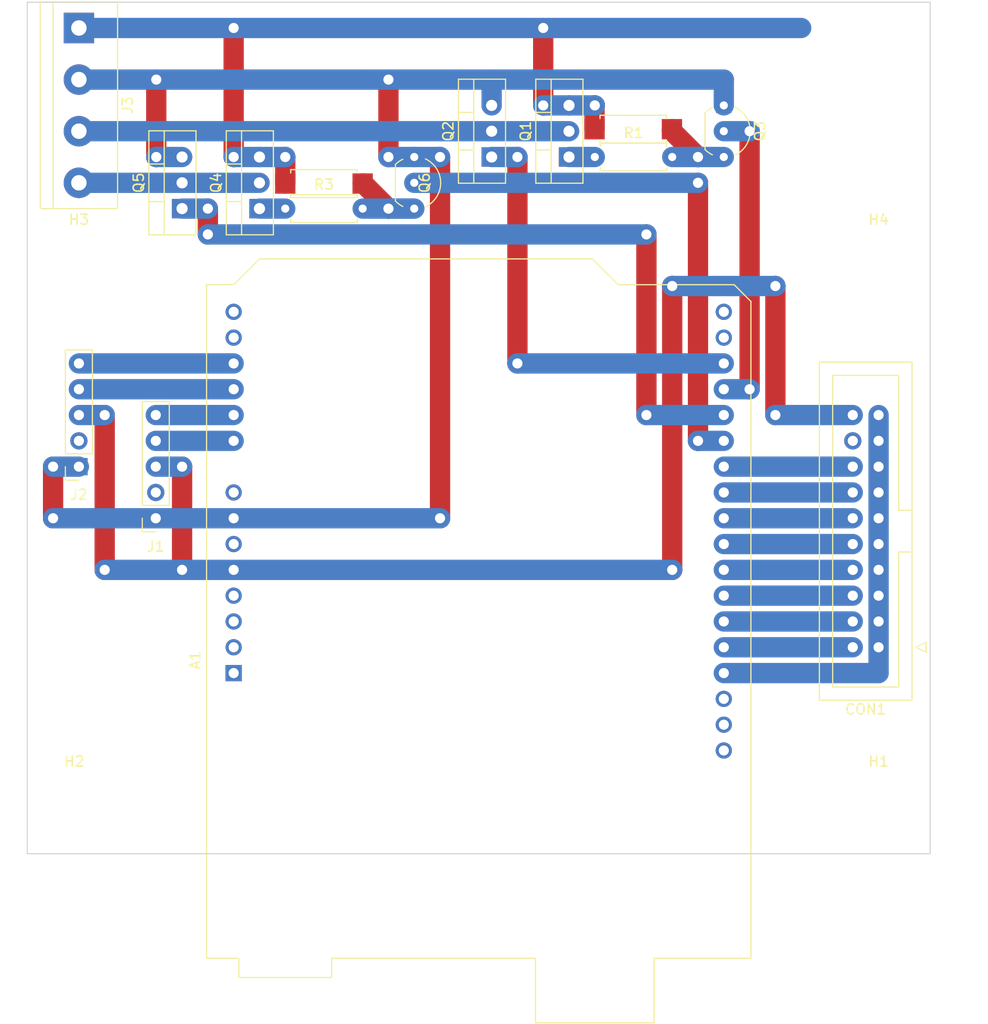
<source format=kicad_pcb>
(kicad_pcb (version 20211014) (generator pcbnew)
  (layers (0 "F.Cu" signal) (31 "B.Cu" signal) (34 "B.Paste" user) (35 "F.Paste" user) (36 "B.SilkS" user "B.Silkscreen") (37 "F.SilkS" user "F.Silkscreen") (38 "B.Mask" user) (39 "F.Mask" user) (44 "Edge.Cuts" user))
  (net 0 "")
  (net 5 "+5V")
  (net 8 "/A0")
  (net 9 "/B0")
  (net 10 "/A1")
  (net 11 "/B1")
  (net 16 "/FAULT")
  (net 17 "/~{EN}")
  (net 18 "/UH")
  (net 19 "/UL")
  (net 20 "/VH")
  (net 21 "/VL")
  (net 22 "/WH")
  (net 23 "/WL")
  (net 24 "GND1")
  (net 26 "/U_SSD_L")
  (net 27 "/U_SSD_H")
  (net 28 "/V_SSD_L")
  (net 29 "/V_SSD_H")
  (net 31 "GND")
  (net 34 "+24V")
  (net 35 "/U_COLD")
  (net 36 "/V_COLD")
  (net 37 "Net-(Q1-Pad1)")
  (net 38 "Net-(Q3-Pad3)")
  (net 39 "Net-(Q4-Pad1)")
  (net 40 "Net-(Q6-Pad3)")
  (footprint "For_Rasterboard:R_Axial_DIN0207_L6.3mm_D2.5mm_P7.62mm_Horizontal" (layer "F.Cu") (at 81.28 43.18)
    (fp_text reference "R1" (at 3.81 -2.37) (layer "F.SilkS"))
    (fp_text value "220")
    (fp_line (start 0.54 -1.04) (end 0.54 -1.37) (layer "F.SilkS") (width 0.12))
    (fp_line (start 7.08 -1.37) (end 7.08 -1.04) (layer "F.SilkS") (width 0.12))
    (fp_line (start 0.54 1.37) (end 7.08 1.37) (layer "F.SilkS") (width 0.12))
    (fp_line (start 7.08 1.37) (end 7.08 1.04) (layer "F.SilkS") (width 0.12))
    (fp_line (start 0.54 -1.37) (end 7.08 -1.37) (layer "F.SilkS") (width 0.12))
    (fp_line (start 0.54 1.04) (end 0.54 1.37) (layer "F.SilkS") (width 0.12))
    (pad "1" thru_hole circle (at 0 0) (size 1.6 1.6) (drill 0.8) (layers *.Cu *.Mask) (net 37 "Net-(Q1-Pad1)"))
    (pad "2" thru_hole oval (at 7.62 0) (size 1.6 1.6) (drill 0.8) (layers *.Cu *.Mask) (net 38 "Net-(Q3-Pad3)"))
  )
  (footprint "For_Rasterboard:R_Axial_DIN0207_L6.3mm_D2.5mm_Pinf_Horizontal" (layer "F.Cu") (at 81.252251 40.442335)
    (fp_text reference "R2" hide)
    (fp_text value "470")
    (fp_line (start 0.54 1.37) (end 7.08 1.37) (layer "F.SilkS") (width 0.12))
    (fp_line (start 7.08 1.37) (end 7.08 1.04) (layer "F.SilkS") (width 0.12))
    (fp_line (start 0.54 -1.37) (end 7.08 -1.37) (layer "F.SilkS") (width 0.12))
    (fp_line (start 0.54 1.04) (end 0.54 1.37) (layer "F.SilkS") (width 0.12))
    (fp_line (start 7.08 -1.37) (end 7.08 -1.04) (layer "F.SilkS") (width 0.12))
    (fp_line (start 0.54 -1.04) (end 0.54 -1.37) (layer "F.SilkS") (width 0.12))
    (pad "1" smd rect locked (at 0 0) (size 2 2) (layers "F.Cu") (net 34 "+24V"))
    (pad "2" smd rect locked (at 7.62 0) (size 2 2) (layers "F.Cu") (net 38 "Net-(Q3-Pad3)"))
  )
  (footprint "Connector_IDC:IDC-Header_2x10_P2.54mm_Vertical" (layer "F.Cu") (at 109.22 91.44 180)
    (fp_text reference "CON1" (at 1.27 -6.1) (layer "F.SilkS"))
    (fp_text value "2x10 2.54mm male IDC header")
    (fp_line (start -1.98 13.48) (end -1.98 13.48) (layer "F.SilkS") (width 0.12))
    (fp_line (start -3.29 -5.21) (end 5.83 -5.21) (layer "F.SilkS") (width 0.12))
    (fp_line (start -3.29 28.07) (end -3.29 -5.21) (layer "F.SilkS") (width 0.12))
    (fp_line (start -1.98 26.77) (end -1.98 13.48) (layer "F.SilkS") (width 0.12))
    (fp_line (start 5.83 28.07) (end -3.29 28.07) (layer "F.SilkS") (width 0.12))
    (fp_line (start 4.52 -3.91) (end 4.52 26.77) (layer "F.SilkS") (width 0.12))
    (fp_line (start -1.98 13.48) (end -3.29 13.48) (layer "F.SilkS") (width 0.12))
    (fp_line (start 5.83 -5.21) (end 5.83 28.07) (layer "F.SilkS") (width 0.12))
    (fp_line (start -4.68 0.5) (end -3.68 0) (layer "F.SilkS") (width 0.12))
    (fp_line (start -1.98 9.38) (end -1.98 -3.91) (layer "F.SilkS") (width 0.12))
    (fp_line (start -3.29 9.38) (end -1.98 9.38) (layer "F.SilkS") (width 0.12))
    (fp_line (start 4.52 26.77) (end -1.98 26.77) (layer "F.SilkS") (width 0.12))
    (fp_line (start -3.68 0) (end -4.68 -0.5) (layer "F.SilkS") (width 0.12))
    (fp_line (start -1.98 -3.91) (end 4.52 -3.91) (layer "F.SilkS") (width 0.12))
    (fp_line (start -4.68 -0.5) (end -4.68 0.5) (layer "F.SilkS") (width 0.12))
    (pad "1" thru_hole roundrect (at 0 0 180) (size 1.7 1.7) (drill 1) (layers *.Cu *.Mask) (roundrect_rratio 0.147059) (net 24 "GND1"))
    (pad "2" thru_hole circle (at 2.54 0 180) (size 1.7 1.7) (drill 1) (layers *.Cu *.Mask) (net 18 "/UH"))
    (pad "3" thru_hole circle (at 0 2.54 180) (size 1.7 1.7) (drill 1) (layers *.Cu *.Mask) (net 24 "GND1"))
    (pad "4" thru_hole circle (at 2.54 2.54 180) (size 1.7 1.7) (drill 1) (layers *.Cu *.Mask) (net 19 "/UL"))
    (pad "5" thru_hole circle (at 0 5.08 180) (size 1.7 1.7) (drill 1) (layers *.Cu *.Mask) (net 24 "GND1"))
    (pad "6" thru_hole circle (at 2.54 5.08 180) (size 1.7 1.7) (drill 1) (layers *.Cu *.Mask) (net 20 "/VH"))
    (pad "7" thru_hole circle (at 0 7.62 180) (size 1.7 1.7) (drill 1) (layers *.Cu *.Mask) (net 24 "GND1"))
    (pad "8" thru_hole circle (at 2.54 7.62 180) (size 1.7 1.7) (drill 1) (layers *.Cu *.Mask) (net 21 "/VL"))
    (pad "9" thru_hole circle (at 0 10.16 180) (size 1.7 1.7) (drill 1) (layers *.Cu *.Mask) (net 24 "GND1"))
    (pad "10" thru_hole circle (at 2.54 10.16 180) (size 1.7 1.7) (drill 1) (layers *.Cu *.Mask) (net 22 "/WH"))
    (pad "11" thru_hole circle (at 0 12.7 180) (size 1.7 1.7) (drill 1) (layers *.Cu *.Mask) (net 24 "GND1"))
    (pad "12" thru_hole circle (at 2.54 12.7 180) (size 1.7 1.7) (drill 1) (layers *.Cu *.Mask) (net 23 "/WL"))
    (pad "13" thru_hole circle (at 0 15.24 180) (size 1.7 1.7) (drill 1) (layers *.Cu *.Mask) (net 24 "GND1"))
    (pad "14" thru_hole circle (at 2.54 15.24 180) (size 1.7 1.7) (drill 1) (layers *.Cu *.Mask) (net 17 "/~{EN}"))
    (pad "15" thru_hole circle (at 0 17.78 180) (size 1.7 1.7) (drill 1) (layers *.Cu *.Mask) (net 24 "GND1"))
    (pad "16" thru_hole circle (at 2.54 17.78 180) (size 1.7 1.7) (drill 1) (layers *.Cu *.Mask) (net 16 "/FAULT"))
    (pad "17" thru_hole circle (at 0 20.32 180) (size 1.7 1.7) (drill 1) (layers *.Cu *.Mask) (net 24 "GND1"))
    (pad "18" thru_hole circle (at 2.54 20.32 180) (size 1.7 1.7) (drill 1) (layers *.Cu *.Mask))
    (pad "19" thru_hole circle (at 0 22.86 180) (size 1.7 1.7) (drill 1) (layers *.Cu *.Mask) (net 24 "GND1"))
    (pad "20" thru_hole circle (at 2.54 22.86 180) (size 1.7 1.7) (drill 1) (layers *.Cu *.Mask) (net 5 "+5V"))
  )
  (footprint "Package_TO_SOT_THT:TO-92_Inline_Wide" (layer "F.Cu") (at 63.5 43.18 -90)
    (fp_text reference "Q6" (at 2.54 -1.02 90) (layer "F.SilkS"))
    (fp_text value "2N7000")
    (fp_line (start 0.74 1.85) (end 4.34 1.85) (layer "F.SilkS") (width 0.12))
    (fp_arc (start 4.864184 1.122795) (mid 4.633903 1.509328) (end 4.34 1.85) (layer "F.SilkS") (width 0.12))
    (fp_arc (start 0.1836 -1.098807) (mid 1.143021 -2.192817) (end 2.54 -2.6) (layer "F.SilkS") (width 0.12))
    (fp_arc (start 2.54 -2.6) (mid 3.936979 -2.192818) (end 4.8964 -1.098807) (layer "F.SilkS") (width 0.12))
    (fp_arc (start 0.74 1.85) (mid 0.446097 1.509328) (end 0.215816 1.122795) (layer "F.SilkS") (width 0.12))
    (pad "1" thru_hole rect (at 0 0 270) (size 1.5 1.5) (drill 0.8) (layers *.Cu *.Mask) (net 31 "GND"))
    (pad "2" thru_hole circle (at 2.54 0 270) (size 1.5 1.5) (drill 0.8) (layers *.Cu *.Mask) (net 29 "/V_SSD_H"))
    (pad "3" thru_hole circle (at 5.08 0 270) (size 1.5 1.5) (drill 0.8) (layers *.Cu *.Mask) (net 40 "Net-(Q6-Pad3)"))
  )
  (footprint "MountingHole:MountingHole_3mm" (layer "F.Cu") (at 30.02 106.68)
    (fp_text reference "H2" (at 0 -4) (layer "F.SilkS"))
    (fp_text value "MountingHole")
    (pad "" np_thru_hole circle (at 0 0) (size 3 3) (drill 3) (layers *.Cu *.Mask))
  )
  (footprint "MountingHole:MountingHole_3mm" (layer "F.Cu") (at 109.22 53.34)
    (fp_text reference "H4" (at 0 -4) (layer "F.SilkS"))
    (fp_text value "MountingHole")
    (pad "" np_thru_hole circle (at 0 0) (size 3 3) (drill 3) (layers *.Cu *.Mask))
  )
  (footprint "MountingHole:MountingHole_3mm" (layer "F.Cu") (at 109.22 106.68)
    (fp_text reference "H1" (at 0 -4) (layer "F.SilkS"))
    (fp_text value "MountingHole")
    (pad "" np_thru_hole circle (at 0 0) (size 3 3) (drill 3) (layers *.Cu *.Mask))
  )
  (footprint "For_Rasterboard:R_Axial_DIN0207_L6.3mm_D2.5mm_Pinf_Horizontal" (layer "F.Cu") (at 50.8 45.792224)
    (fp_text reference "R4" hide)
    (fp_text value "470")
    (fp_line (start 0.54 -1.04) (end 0.54 -1.37) (layer "F.SilkS") (width 0.12))
    (fp_line (start 0.54 1.04) (end 0.54 1.37) (layer "F.SilkS") (width 0.12))
    (fp_line (start 7.08 1.37) (end 7.08 1.04) (layer "F.SilkS") (width 0.12))
    (fp_line (start 0.54 1.37) (end 7.08 1.37) (layer "F.SilkS") (width 0.12))
    (fp_line (start 0.54 -1.37) (end 7.08 -1.37) (layer "F.SilkS") (width 0.12))
    (fp_line (start 7.08 -1.37) (end 7.08 -1.04) (layer "F.SilkS") (width 0.12))
    (pad "1" smd rect locked (at 0 0) (size 2 2) (layers "F.Cu") (net 34 "+24V"))
    (pad "2" smd rect locked (at 7.62 0) (size 2 2) (layers "F.Cu") (net 40 "Net-(Q6-Pad3)"))
  )
  (footprint "Package_TO_SOT_THT:TO-220-3_Vertical" (layer "F.Cu") (at 71.12 43.18 90)
    (fp_text reference "Q2" (at 2.54 -4.27 90) (layer "F.SilkS"))
    (fp_text value "IRLZ34N")
    (fp_line (start 0.69 -3.27) (end 0.69 -1.76) (layer "F.SilkS") (width 0.12))
    (fp_line (start -2.58 1.371) (end 7.66 1.371) (layer "F.SilkS") (width 0.12))
    (fp_line (start -2.58 -3.27) (end -2.58 1.371) (layer "F.SilkS") (width 0.12))
    (fp_line (start 4.391 -3.27) (end 4.391 -1.76) (layer "F.SilkS") (width 0.12))
    (fp_line (start -2.58 -1.76) (end 7.66 -1.76) (layer "F.SilkS") (width 0.12))
    (fp_line (start -2.58 -3.27) (end 7.66 -3.27) (layer "F.SilkS") (width 0.12))
    (fp_line (start 7.66 -3.27) (end 7.66 1.371) (layer "F.SilkS") (width 0.12))
    (pad "1" thru_hole rect (at 0 0 90) (size 1.905 2) (drill 1.1) (layers *.Cu *.Mask) (net 26 "/U_SSD_L"))
    (pad "2" thru_hole oval (at 2.54 0 90) (size 1.905 2) (drill 1.1) (layers *.Cu *.Mask) (net 35 "/U_COLD"))
    (pad "3" thru_hole oval (at 5.08 0 90) (size 1.905 2) (drill 1.1) (layers *.Cu *.Mask) (net 31 "GND"))
  )
  (footprint "Package_TO_SOT_THT:TO-220-3_Vertical" (layer "F.Cu") (at 40.64 48.26 90)
    (fp_text reference "Q5" (at 2.54 -4.27 90) (layer "F.SilkS"))
    (fp_text value "IRLZ34N")
    (fp_line (start -2.58 -1.76) (end 7.66 -1.76) (layer "F.SilkS") (width 0.12))
    (fp_line (start 7.66 -3.27) (end 7.66 1.371) (layer "F.SilkS") (width 0.12))
    (fp_line (start -2.58 1.371) (end 7.66 1.371) (layer "F.SilkS") (width 0.12))
    (fp_line (start 4.391 -3.27) (end 4.391 -1.76) (layer "F.SilkS") (width 0.12))
    (fp_line (start -2.58 -3.27) (end -2.58 1.371) (layer "F.SilkS") (width 0.12))
    (fp_line (start 0.69 -3.27) (end 0.69 -1.76) (layer "F.SilkS") (width 0.12))
    (fp_line (start -2.58 -3.27) (end 7.66 -3.27) (layer "F.SilkS") (width 0.12))
    (pad "1" thru_hole rect (at 0 0 90) (size 1.905 2) (drill 1.1) (layers *.Cu *.Mask) (net 28 "/V_SSD_L"))
    (pad "2" thru_hole oval (at 2.54 0 90) (size 1.905 2) (drill 1.1) (layers *.Cu *.Mask) (net 36 "/V_COLD"))
    (pad "3" thru_hole oval (at 5.08 0 90) (size 1.905 2) (drill 1.1) (layers *.Cu *.Mask) (net 31 "GND"))
  )
  (footprint "MountingHole:MountingHole_3mm" (layer "F.Cu") (at 30.48 53.34)
    (fp_text reference "H3" (at 0 -4) (layer "F.SilkS"))
    (fp_text value "MountingHole")
    (pad "" np_thru_hole circle (at 0 0) (size 3 3) (drill 3) (layers *.Cu *.Mask))
  )
  (footprint "Package_TO_SOT_THT:TO-220-3_Vertical" (layer "F.Cu") (at 48.26 48.26 90)
    (fp_text reference "Q4" (at 2.54 -4.27 90) (layer "F.SilkS"))
    (fp_text value "IRF9Z34N")
    (fp_line (start 7.66 -3.27) (end 7.66 1.371) (layer "F.SilkS") (width 0.12))
    (fp_line (start -2.58 -3.27) (end 7.66 -3.27) (layer "F.SilkS") (width 0.12))
    (fp_line (start 0.69 -3.27) (end 0.69 -1.76) (layer "F.SilkS") (width 0.12))
    (fp_line (start 4.391 -3.27) (end 4.391 -1.76) (layer "F.SilkS") (width 0.12))
    (fp_line (start -2.58 -3.27) (end -2.58 1.371) (layer "F.SilkS") (width 0.12))
    (fp_line (start -2.58 -1.76) (end 7.66 -1.76) (layer "F.SilkS") (width 0.12))
    (fp_line (start -2.58 1.371) (end 7.66 1.371) (layer "F.SilkS") (width 0.12))
    (pad "1" thru_hole rect (at 0 0 90) (size 1.905 2) (drill 1.1) (layers *.Cu *.Mask) (net 39 "Net-(Q4-Pad1)"))
    (pad "2" thru_hole oval (at 2.54 0 90) (size 1.905 2) (drill 1.1) (layers *.Cu *.Mask) (net 36 "/V_COLD"))
    (pad "3" thru_hole oval (at 5.08 0 90) (size 1.905 2) (drill 1.1) (layers *.Cu *.Mask) (net 34 "+24V"))
  )
  (footprint "Connector_PinSocket_2.54mm:PinSocket_1x05_P2.54mm_Vertical" (layer "F.Cu") (at 30.48 73.66 180)
    (fp_text reference "J2" (at 0 -2.77) (layer "F.SilkS"))
    (fp_text value "1x5 2.54mm female")
    (fp_line (start -1.33 1.27) (end -1.33 11.49) (layer "F.SilkS") (width 0.12))
    (fp_line (start -1.33 1.27) (end 1.33 1.27) (layer "F.SilkS") (width 0.12))
    (fp_line (start 0 -1.33) (end 1.33 -1.33) (layer "F.SilkS") (width 0.12))
    (fp_line (start 1.33 -1.33) (end 1.33 0) (layer "F.SilkS") (width 0.12))
    (fp_line (start 1.33 1.27) (end 1.33 11.49) (layer "F.SilkS") (width 0.12))
    (fp_line (start -1.33 11.49) (end 1.33 11.49) (layer "F.SilkS") (width 0.12))
    (pad "1" thru_hole rect (at 0 0 180) (size 1.7 1.7) (drill 1) (layers *.Cu *.Mask) (net 31 "GND"))
    (pad "2" thru_hole oval (at 0 2.54 180) (size 1.7 1.7) (drill 1) (layers *.Cu *.Mask))
    (pad "3" thru_hole oval (at 0 5.08 180) (size 1.7 1.7) (drill 1) (layers *.Cu *.Mask) (net 5 "+5V"))
    (pad "4" thru_hole oval (at 0 7.62 180) (size 1.7 1.7) (drill 1) (layers *.Cu *.Mask) (net 10 "/A1"))
    (pad "5" thru_hole oval (at 0 10.16 180) (size 1.7 1.7) (drill 1) (layers *.Cu *.Mask) (net 11 "/B1"))
  )
  (footprint "Package_TO_SOT_THT:TO-220-3_Vertical" (layer "F.Cu") (at 78.74 43.18 90)
    (fp_text reference "Q1" (at 2.54 -4.27 90) (layer "F.SilkS"))
    (fp_text value "IRF9Z34N")
    (fp_line (start 4.391 -3.27) (end 4.391 -1.76) (layer "F.SilkS") (width 0.12))
    (fp_line (start -2.58 -3.27) (end -2.58 1.371) (layer "F.SilkS") (width 0.12))
    (fp_line (start -2.58 -3.27) (end 7.66 -3.27) (layer "F.SilkS") (width 0.12))
    (fp_line (start -2.58 1.371) (end 7.66 1.371) (layer "F.SilkS") (width 0.12))
    (fp_line (start -2.58 -1.76) (end 7.66 -1.76) (layer "F.SilkS") (width 0.12))
    (fp_line (start 0.69 -3.27) (end 0.69 -1.76) (layer "F.SilkS") (width 0.12))
    (fp_line (start 7.66 -3.27) (end 7.66 1.371) (layer "F.SilkS") (width 0.12))
    (pad "1" thru_hole rect (at 0 0 90) (size 1.905 2) (drill 1.1) (layers *.Cu *.Mask) (net 37 "Net-(Q1-Pad1)"))
    (pad "2" thru_hole oval (at 2.54 0 90) (size 1.905 2) (drill 1.1) (layers *.Cu *.Mask) (net 35 "/U_COLD"))
    (pad "3" thru_hole oval (at 5.08 0 90) (size 1.905 2) (drill 1.1) (layers *.Cu *.Mask) (net 34 "+24V"))
  )
  (footprint "TerminalBlock:TerminalBlock_bornier-4_P5.08mm" (layer "F.Cu") (at 30.48 30.48 -90)
    (fp_text reference "J3" (at 7.6 -4.8 90) (layer "F.SilkS"))
    (fp_text value "Screw_Terminal_01x04")
    (fp_line (start -2.54 3.81) (end 17.78 3.81) (layer "F.SilkS") (width 0.12))
    (fp_line (start 17.78 3.81) (end 17.78 -3.81) (layer "F.SilkS") (width 0.12))
    (fp_line (start -2.54 -3.81) (end -2.54 3.81) (layer "F.SilkS") (width 0.12))
    (fp_line (start -2.54 -3.81) (end 17.78 -3.81) (layer "F.SilkS") (width 0.12))
    (fp_line (start 17.78 2.54) (end -2.54 2.54) (layer "F.SilkS") (width 0.12))
    (pad "1" thru_hole rect (at 0 0 270) (size 3 3) (drill 1.52) (layers *.Cu *.Mask) (net 34 "+24V"))
    (pad "2" thru_hole circle (at 5.08 0 270) (size 3 3) (drill 1.52) (layers *.Cu *.Mask) (net 31 "GND"))
    (pad "3" thru_hole circle (at 10.16 0 270) (size 3 3) (drill 1.52) (layers *.Cu *.Mask) (net 35 "/U_COLD"))
    (pad "4" thru_hole circle (at 15.24 0 270) (size 3 3) (drill 1.52) (layers *.Cu *.Mask) (net 36 "/V_COLD"))
  )
  (footprint "Package_TO_SOT_THT:TO-92_Inline_Wide" (layer "F.Cu") (at 93.98 38.1 -90)
    (fp_text reference "Q3" (at 2.54 -3.56 90) (layer "F.SilkS"))
    (fp_text value "2N7000")
    (fp_line (start 0.74 1.85) (end 4.34 1.85) (layer "F.SilkS") (width 0.12))
    (fp_arc (start 4.864184 1.122795) (mid 4.633903 1.509328) (end 4.34 1.85) (layer "F.SilkS") (width 0.12))
    (fp_arc (start 0.74 1.85) (mid 0.446097 1.509328) (end 0.215816 1.122795) (layer "F.SilkS") (width 0.12))
    (fp_arc (start 2.54 -2.6) (mid 3.936979 -2.192818) (end 4.8964 -1.098807) (layer "F.SilkS") (width 0.12))
    (fp_arc (start 0.1836 -1.098807) (mid 1.143021 -2.192817) (end 2.54 -2.6) (layer "F.SilkS") (width 0.12))
    (pad "1" thru_hole rect (at 0 0 270) (size 1.5 1.5) (drill 0.8) (layers *.Cu *.Mask) (net 31 "GND"))
    (pad "2" thru_hole circle (at 2.54 0 270) (size 1.5 1.5) (drill 0.8) (layers *.Cu *.Mask) (net 27 "/U_SSD_H"))
    (pad "3" thru_hole circle (at 5.08 0 270) (size 1.5 1.5) (drill 0.8) (layers *.Cu *.Mask) (net 38 "Net-(Q3-Pad3)"))
  )
  (footprint "For_Rasterboard:Arduino_UNO_R3_WithMountingHoles_Snapped_to_P2.54mm" (layer "F.Cu") (at 45.72 93.98 90)
    (fp_text reference "A1" (at 1.27 -3.81 90) (layer "F.SilkS"))
    (fp_text value "Arduino_UNO_R2")
    (fp_line (start -28.07 -2.67) (end -28.07 0.51) (layer "F.SilkS") (width 0.12))
    (fp_line (start -29.97 9.65) (end -28.07 9.65) (layer "F.SilkS") (width 0.12))
    (fp_line (start 38.23 37.85) (end 40.77 35.31) (layer "F.SilkS") (width 0.12))
    (fp_line (start -28.07 50.93) (end 36.58 50.93) (layer "F.SilkS") (width 0.12))
    (fp_line (start -28.07 9.65) (end -28.07 29.72) (layer "F.SilkS") (width 0.12))
    (fp_line (start 40.77 35.31) (end 40.77 2.54) (layer "F.SilkS") (width 0.12))
    (fp_line (start 38.23 49.28) (end 38.23 37.85) (layer "F.SilkS") (width 0.12))
    (fp_line (start 38.23 0) (end 38.23 -2.67) (layer "F.SilkS") (width 0.12))
    (fp_line (start 38.23 -2.67) (end -28.07 -2.67) (layer "F.SilkS") (width 0.12))
    (fp_line (start 36.58 50.93) (end 38.23 49.28) (layer "F.SilkS") (width 0.12))
    (fp_line (start -28.07 0.51) (end -29.97 0.51) (layer "F.SilkS") (width 0.12))
    (fp_line (start -34.42 29.72) (end -34.42 41.4) (layer "F.SilkS") (width 0.12))
    (fp_line (start -34.42 41.4) (end -28.07 41.4) (layer "F.SilkS") (width 0.12))
    (fp_line (start 40.77 2.54) (end 38.23 0) (layer "F.SilkS") (width 0.12))
    (fp_line (start -28.07 29.72) (end -34.42 29.72) (layer "F.SilkS") (width 0.12))
    (fp_line (start -29.97 0.51) (end -29.97 9.65) (layer "F.SilkS") (width 0.12))
    (fp_line (start -28.07 41.4) (end -28.07 50.93) (layer "F.SilkS") (width 0.12))
    (pad "" np_thru_hole circle (at -13.97 0 180) (size 3.2 3.2) (drill 3.2) (layers *.Cu *.Mask))
    (pad "" np_thru_hole circle (at 38.1 5.08 180) (size 3.2 3.2) (drill 3.2) (layers *.Cu *.Mask))
    (pad "" np_thru_hole circle (at -12.7 48.26 180) (size 3.2 3.2) (drill 3.2) (layers *.Cu *.Mask))
    (pad "" np_thru_hole circle (at 38.1 33.02 180) (size 3.2 3.2) (drill 3.2) (layers *.Cu *.Mask))
    (pad "1" thru_hole rect (at 0 0 180) (size 1.6 1.6) (drill 1) (layers *.Cu *.Mask))
    (pad "2" thru_hole oval (at 2.54 0 180) (size 1.6 1.6) (drill 1) (layers *.Cu *.Mask))
    (pad "3" thru_hole oval (at 5.08 0 180) (size 1.6 1.6) (drill 1) (layers *.Cu *.Mask))
    (pad "4" thru_hole oval (at 7.62 0 180) (size 1.6 1.6) (drill 1) (layers *.Cu *.Mask))
    (pad "5" thru_hole oval (at 10.16 0 180) (size 1.6 1.6) (drill 1) (layers *.Cu *.Mask) (net 5 "+5V"))
    (pad "6" thru_hole oval (at 12.7 0 180) (size 1.6 1.6) (drill 1) (layers *.Cu *.Mask))
    (pad "7" thru_hole oval (at 15.24 0 180) (size 1.6 1.6) (drill 1) (layers *.Cu *.Mask) (net 31 "GND"))
    (pad "8" thru_hole oval (at 17.78 0 180) (size 1.6 1.6) (drill 1) (layers *.Cu *.Mask))
    (pad "9" thru_hole oval (at 22.86 0 180) (size 1.6 1.6) (drill 1) (layers *.Cu *.Mask) (net 8 "/A0"))
    (pad "10" thru_hole oval (at 25.4 0 180) (size 1.6 1.6) (drill 1) (layers *.Cu *.Mask) (net 9 "/B0"))
    (pad "11" thru_hole oval (at 27.94 0 180) (size 1.6 1.6) (drill 1) (layers *.Cu *.Mask) (net 10 "/A1"))
    (pad "12" thru_hole oval (at 30.48 0 180) (size 1.6 1.6) (drill 1) (layers *.Cu *.Mask) (net 11 "/B1"))
    (pad "13" thru_hole oval (at 33.02 0 180) (size 1.6 1.6) (drill 1) (layers *.Cu *.Mask))
    (pad "14" thru_hole oval (at 35.56 0 180) (size 1.6 1.6) (drill 1) (layers *.Cu *.Mask))
    (pad "15" thru_hole oval (at 35.56 48.26 180) (size 1.6 1.6) (drill 1) (layers *.Cu *.Mask))
    (pad "16" thru_hole oval (at 33.02 48.26 180) (size 1.6 1.6) (drill 1) (layers *.Cu *.Mask))
    (pad "17" thru_hole oval (at 30.48 48.26 180) (size 1.6 1.6) (drill 1) (layers *.Cu *.Mask) (net 26 "/U_SSD_L"))
    (pad "18" thru_hole oval (at 27.94 48.26 180) (size 1.6 1.6) (drill 1) (layers *.Cu *.Mask) (net 27 "/U_SSD_H"))
    (pad "19" thru_hole oval (at 25.4 48.26 180) (size 1.6 1.6) (drill 1) (layers *.Cu *.Mask) (net 28 "/V_SSD_L"))
    (pad "20" thru_hole oval (at 22.86 48.26 180) (size 1.6 1.6) (drill 1) (layers *.Cu *.Mask) (net 29 "/V_SSD_H"))
    (pad "21" thru_hole oval (at 20.32 48.26 180) (size 1.6 1.6) (drill 1) (layers *.Cu *.Mask) (net 16 "/FAULT"))
    (pad "22" thru_hole oval (at 17.78 48.26 180) (size 1.6 1.6) (drill 1) (layers *.Cu *.Mask) (net 17 "/~{EN}"))
    (pad "23" thru_hole oval (at 15.24 48.26 180) (size 1.6 1.6) (drill 1) (layers *.Cu *.Mask) (net 23 "/WL"))
    (pad "24" thru_hole oval (at 12.7 48.26 180) (size 1.6 1.6) (drill 1) (layers *.Cu *.Mask) (net 22 "/WH"))
    (pad "25" thru_hole oval (at 10.16 48.26 180) (size 1.6 1.6) (drill 1) (layers *.Cu *.Mask) (net 21 "/VL"))
    (pad "26" thru_hole oval (at 7.62 48.26 180) (size 1.6 1.6) (drill 1) (layers *.Cu *.Mask) (net 20 "/VH"))
    (pad "27" thru_hole oval (at 5.08 48.26 180) (size 1.6 1.6) (drill 1) (layers *.Cu *.Mask) (net 19 "/UL"))
    (pad "28" thru_hole oval (at 2.54 48.26 180) (size 1.6 1.6) (drill 1) (layers *.Cu *.Mask) (net 18 "/UH"))
    (pad "29" thru_hole oval (at 0 48.26 180) (size 1.6 1.6) (drill 1) (layers *.Cu *.Mask) (net 24 "GND1"))
    (pad "30" thru_hole oval (at -2.54 48.26 180) (size 1.6 1.6) (drill 1) (layers *.Cu *.Mask))
    (pad "31" thru_hole oval (at -5.08 48.26 180) (size 1.6 1.6) (drill 1) (layers *.Cu *.Mask))
    (pad "32" thru_hole oval (at -7.62 48.26 180) (size 1.6 1.6) (drill 1) (layers *.Cu *.Mask))
  )
  (footprint "Connector_PinSocket_2.54mm:PinSocket_1x05_P2.54mm_Vertical" (layer "F.Cu") (at 38.05 78.74 180)
    (fp_text reference "J1" (at 0 -2.77) (layer "F.SilkS"))
    (fp_text value "1x5 2.54mm female")
    (fp_line (start 1.33 1.27) (end 1.33 11.49) (layer "F.SilkS") (width 0.12))
    (fp_line (start 0 -1.33) (end 1.33 -1.33) (layer "F.SilkS") (width 0.12))
    (fp_line (start -1.33 1.27) (end 1.33 1.27) (layer "F.SilkS") (width 0.12))
    (fp_line (start -1.33 11.49) (end 1.33 11.49) (layer "F.SilkS") (width 0.12))
    (fp_line (start -1.33 1.27) (end -1.33 11.49) (layer "F.SilkS") (width 0.12))
    (fp_line (start 1.33 -1.33) (end 1.33 0) (layer "F.SilkS") (width 0.12))
    (pad "1" thru_hole rect (at 0 0 180) (size 1.7 1.7) (drill 1) (layers *.Cu *.Mask) (net 31 "GND"))
    (pad "2" thru_hole oval (at 0 2.54 180) (size 1.7 1.7) (drill 1) (layers *.Cu *.Mask))
    (pad "3" thru_hole oval (at 0 5.08 180) (size 1.7 1.7) (drill 1) (layers *.Cu *.Mask) (net 5 "+5V"))
    (pad "4" thru_hole oval (at 0 7.62 180) (size 1.7 1.7) (drill 1) (layers *.Cu *.Mask) (net 8 "/A0"))
    (pad "5" thru_hole oval (at 0 10.16 180) (size 1.7 1.7) (drill 1) (layers *.Cu *.Mask) (net 9 "/B0"))
  )
  (footprint "For_Rasterboard:R_Axial_DIN0207_L6.3mm_D2.5mm_P7.62mm_Horizontal" (layer "F.Cu") (at 50.8 48.26)
    (fp_text reference "R3" (at 3.81 -2.37) (layer "F.SilkS"))
    (fp_text value "220")
    (fp_line (start 0.54 1.04) (end 0.54 1.37) (layer "F.SilkS") (width 0.12))
    (fp_line (start 7.08 1.37) (end 7.08 1.04) (layer "F.SilkS") (width 0.12))
    (fp_line (start 7.08 -1.37) (end 7.08 -1.04) (layer "F.SilkS") (width 0.12))
    (fp_line (start 0.54 -1.37) (end 7.08 -1.37) (layer "F.SilkS") (width 0.12))
    (fp_line (start 0.54 -1.04) (end 0.54 -1.37) (layer "F.SilkS") (width 0.12))
    (fp_line (start 0.54 1.37) (end 7.08 1.37) (layer "F.SilkS") (width 0.12))
    (pad "1" thru_hole circle (at 0 0) (size 1.6 1.6) (drill 0.8) (layers *.Cu *.Mask) (net 39 "Net-(Q4-Pad1)"))
    (pad "2" thru_hole oval (at 7.62 0) (size 1.6 1.6) (drill 0.8) (layers *.Cu *.Mask) (net 40 "Net-(Q6-Pad3)"))
  )
  (gr_rect (start 114.3 27.94) (end 25.4 111.76) (layer "Edge.Cuts") (width 0.1) (fill none))
  (segment (start 40.64 73.66) (end 40.64 83.82) (width 2) (layer "F.Cu") (net 5))
  (segment (start 33.02 68.58) (end 33.02 83.82) (width 2) (layer "F.Cu") (net 5))
  (segment (start 88.9 55.88) (end 88.9 83.82) (width 2) (layer "F.Cu") (net 5))
  (segment (start 99.06 55.88) (end 99.06 68.58) (width 2) (layer "F.Cu") (net 5))
  (via (at 99.06 55.88) (size 2) (drill 1) (layers "F.Cu" "B.Cu") (net 5))
  (via (at 40.64 73.66) (size 2) (drill 1) (layers "F.Cu" "B.Cu") (net 5))
  (via (at 99.06 68.58) (size 2) (drill 1) (layers "F.Cu" "B.Cu") (net 5))
  (via (at 33.02 68.58) (size 2) (drill 1) (layers "F.Cu" "B.Cu") (net 5))
  (via (at 33.02 83.82) (size 2) (drill 1) (layers "F.Cu" "B.Cu") (net 5))
  (via (at 88.9 55.88) (size 2) (drill 1) (layers "F.Cu" "B.Cu") (net 5))
  (via (at 40.64 83.82) (size 2) (drill 1) (layers "F.Cu" "B.Cu") (net 5))
  (via (at 88.9 83.82) (size 2) (drill 1) (layers "F.Cu" "B.Cu") (net 5))
  (segment (start 40.64 83.82) (end 45.72 83.82) (width 2) (layer "B.Cu") (net 5))
  (segment (start 30.48 68.58) (end 33.02 68.58) (width 2) (layer "B.Cu") (net 5))
  (segment (start 45.72 83.82) (end 66.04 83.82) (width 2) (layer "B.Cu") (net 5))
  (segment (start 99.06 68.58) (end 106.68 68.58) (width 2) (layer "B.Cu") (net 5))
  (segment (start 99.06 55.88) (end 88.9 55.88) (width 2) (layer "B.Cu") (net 5))
  (segment (start 33.02 83.82) (end 40.64 83.82) (width 2) (layer "B.Cu") (net 5))
  (segment (start 38.05 73.66) (end 40.64 73.66) (width 2) (layer "B.Cu") (net 5))
  (segment (start 88.9 83.82) (end 66.04 83.82) (width 2) (layer "B.Cu") (net 5))
  (segment (start 38.05 71.12) (end 45.72 71.12) (width 2) (layer "B.Cu") (net 8))
  (segment (start 38.05 68.58) (end 45.72 68.58) (width 2) (layer "B.Cu") (net 9))
  (segment (start 30.48 66.04) (end 45.72 66.04) (width 2) (layer "B.Cu") (net 10))
  (segment (start 30.48 63.5) (end 45.72 63.5) (width 2) (layer "B.Cu") (net 11))
  (segment (start 93.98 73.66) (end 106.68 73.66) (width 2) (layer "B.Cu") (net 16))
  (segment (start 93.98 76.2) (end 106.68 76.2) (width 2) (layer "B.Cu") (net 17))
  (segment (start 106.68 91.44) (end 93.98 91.44) (width 2) (layer "B.Cu") (net 18))
  (segment (start 93.98 88.9) (end 106.68 88.9) (width 2) (layer "B.Cu") (net 19))
  (segment (start 93.98 86.36) (end 106.68 86.36) (width 2) (layer "B.Cu") (net 20))
  (segment (start 106.68 83.82) (end 93.98 83.82) (width 2) (layer "B.Cu") (net 21))
  (segment (start 93.98 81.28) (end 106.68 81.28) (width 2) (layer "B.Cu") (net 22))
  (segment (start 93.98 78.74) (end 106.68 78.74) (width 2) (layer "B.Cu") (net 23))
  (segment (start 93.98 93.98) (end 109.22 93.98) (width 2) (layer "B.Cu") (net 24))
  (segment (start 109.22 93.98) (end 109.22 68.58) (width 2) (layer "B.Cu") (net 24))
  (segment (start 73.66 63.5) (end 73.66 43.18) (width 2) (layer "F.Cu") (net 26))
  (via (at 73.66 43.18) (size 2) (drill 1) (layers "F.Cu" "B.Cu") (net 26))
  (via (at 73.66 63.5) (size 2) (drill 1) (layers "F.Cu" "B.Cu") (net 26))
  (segment (start 73.66 43.18) (end 71.12 43.18) (width 2) (layer "B.Cu") (net 26))
  (segment (start 93.98 63.5) (end 73.66 63.5) (width 2) (layer "B.Cu") (net 26))
  (segment (start 96.52 40.64) (end 96.52 66.04) (width 2) (layer "F.Cu") (net 27))
  (via (at 96.52 66.04) (size 2) (drill 1) (layers "F.Cu" "B.Cu") (net 27))
  (via (at 96.52 40.64) (size 2) (drill 1) (layers "F.Cu" "B.Cu") (net 27))
  (segment (start 93.98 40.64) (end 96.52 40.64) (width 2) (layer "B.Cu") (net 27))
  (segment (start 96.52 66.04) (end 93.98 66.04) (width 2) (layer "B.Cu") (net 27))
  (segment (start 86.36 50.8) (end 86.36 68.58) (width 2) (layer "F.Cu") (net 28))
  (segment (start 43.18 48.26) (end 43.18 50.8) (width 2) (layer "F.Cu") (net 28))
  (via (at 86.36 50.8) (size 2) (drill 1) (layers "F.Cu" "B.Cu") (net 28))
  (via (at 86.36 68.58) (size 2) (drill 1) (layers "F.Cu" "B.Cu") (net 28))
  (via (at 43.18 48.26) (size 2) (drill 1) (layers "F.Cu" "B.Cu") (net 28))
  (via (at 43.18 50.8) (size 2) (drill 1) (layers "F.Cu" "B.Cu") (net 28))
  (segment (start 40.64 48.26) (end 43.18 48.26) (width 2) (layer "B.Cu") (net 28))
  (segment (start 86.36 68.58) (end 93.98 68.58) (width 2) (layer "B.Cu") (net 28))
  (segment (start 43.18 50.8) (end 86.36 50.8) (width 2) (layer "B.Cu") (net 28))
  (segment (start 91.44 45.72) (end 91.44 71.12) (width 2) (layer "F.Cu") (net 29))
  (via (at 91.44 71.12) (size 2) (drill 1) (layers "F.Cu" "B.Cu") (net 29))
  (via (at 91.44 45.72) (size 2) (drill 1) (layers "F.Cu" "B.Cu") (net 29))
  (segment (start 91.44 71.12) (end 93.98 71.12) (width 2) (layer "B.Cu") (net 29))
  (segment (start 63.5 45.72) (end 91.44 45.72) (width 2) (layer "B.Cu") (net 29))
  (segment (start 27.94 78.74) (end 27.94 73.66) (width 2) (layer "F.Cu") (net 31))
  (segment (start 38.1 43.18) (end 38.1 35.56) (width 2) (layer "F.Cu") (net 31))
  (segment (start 60.96 43.18) (end 60.96 35.56) (width 2) (layer "F.Cu") (net 31))
  (segment (start 66.04 43.18) (end 66.04 78.74) (width 2) (layer "F.Cu") (net 31))
  (via (at 38.1 35.56) (size 2) (drill 1) (layers "F.Cu" "B.Cu") (net 31))
  (via (at 27.94 78.74) (size 2) (drill 1) (layers "F.Cu" "B.Cu") (net 31))
  (via (at 66.04 78.74) (size 2) (drill 1) (layers "F.Cu" "B.Cu") (net 31))
  (via (at 27.94 73.66) (size 2) (drill 1) (layers "F.Cu" "B.Cu") (net 31))
  (via (at 60.96 35.56) (size 2) (drill 1) (layers "F.Cu" "B.Cu") (net 31))
  (via (at 66.04 43.18) (size 2) (drill 1) (layers "F.Cu" "B.Cu") (net 31))
  (via (at 60.96 43.18) (size 2) (drill 1) (layers "F.Cu" "B.Cu") (net 31))
  (via (at 38.1 43.18) (size 2) (drill 1) (layers "F.Cu" "B.Cu") (net 31))
  (segment (start 40.64 43.18) (end 38.1 43.18) (width 2) (layer "B.Cu") (net 31))
  (segment (start 30.48 35.56) (end 38.1 35.56) (width 2) (layer "B.Cu") (net 31))
  (segment (start 58.42 35.56) (end 71.12 35.56) (width 2) (layer "B.Cu") (net 31))
  (segment (start 71.12 35.56) (end 93.98 35.56) (width 2) (layer "B.Cu") (net 31))
  (segment (start 38.1 35.56) (end 58.42 35.56) (width 2) (layer "B.Cu") (net 31))
  (segment (start 63.5 43.18) (end 66.04 43.18) (width 2) (layer "B.Cu") (net 31))
  (segment (start 93.98 35.56) (end 93.98 38.1) (width 2) (layer "B.Cu") (net 31))
  (segment (start 45.72 78.74) (end 27.94 78.74) (width 2) (layer "B.Cu") (net 31))
  (segment (start 27.94 73.66) (end 30.48 73.66) (width 2) (layer "B.Cu") (net 31))
  (segment (start 71.12 38.1) (end 71.12 35.56) (width 2) (layer "B.Cu") (net 31))
  (segment (start 66.04 78.74) (end 45.72 78.74) (width 2) (layer "B.Cu") (net 31))
  (segment (start 60.96 43.18) (end 63.5 43.18) (width 2) (layer "B.Cu") (net 31))
  (segment (start 45.72 43.18) (end 45.72 30.48) (width 2) (layer "F.Cu") (net 34))
  (segment (start 50.8 45.792224) (end 50.8 43.18) (width 2) (layer "F.Cu") (net 34))
  (segment (start 81.252251 38.127749) (end 81.28 38.1) (width 2) (layer "F.Cu") (net 34))
  (segment (start 76.2 38.1) (end 76.2 30.48) (width 2) (layer "F.Cu") (net 34))
  (segment (start 81.252251 40.442335) (end 81.252251 38.127749) (width 2) (layer "F.Cu") (net 34))
  (via (at 50.8 43.18) (size 2) (drill 1) (layers "F.Cu" "B.Cu") (net 34))
  (via (at 76.2 38.1) (size 2) (drill 1) (layers "F.Cu" "B.Cu") (net 34))
  (via (at 81.28 38.1) (size 2) (drill 1) (layers "F.Cu" "B.Cu") (net 34))
  (via (at 45.72 30.48) (size 2) (drill 1) (layers "F.Cu" "B.Cu") (net 34))
  (via (at 76.2 30.48) (size 2) (drill 1) (layers "F.Cu" "B.Cu") (net 34))
  (via (at 45.72 43.18) (size 2) (drill 1) (layers "F.Cu" "B.Cu") (net 34))
  (segment (start 78.74 38.1) (end 76.2 38.1) (width 2) (layer "B.Cu") (net 34))
  (segment (start 50.8 43.18) (end 48.26 43.18) (width 2) (layer "B.Cu") (net 34))
  (segment (start 48.26 43.18) (end 45.72 43.18) (width 2) (layer "B.Cu") (net 34))
  (segment (start 81.28 38.1) (end 78.74 38.1) (width 2) (layer "B.Cu") (net 34))
  (segment (start 30.48 30.48) (end 101.6 30.48) (width 2) (layer "B.Cu") (net 34))
  (segment (start 78.74 40.64) (end 30.48 40.64) (width 2) (layer "B.Cu") (net 35))
  (segment (start 30.48 45.72) (end 48.26 45.72) (width 2) (layer "B.Cu") (net 36))
  (segment (start 81.28 43.18) (end 78.74 43.18) (width 2) (layer "B.Cu") (net 37))
  (segment (start 88.872251 40.612251) (end 91.44 43.18) (width 2) (layer "F.Cu") (net 38))
  (segment (start 88.872251 40.442335) (end 88.872251 40.612251) (width 2) (layer "F.Cu") (net 38))
  (via (at 91.44 43.18) (size 2) (drill 1) (layers "F.Cu" "B.Cu") (net 38))
  (segment (start 91.44 43.18) (end 93.98 43.18) (width 2) (layer "B.Cu") (net 38))
  (segment (start 91.44 43.18) (end 88.9 43.18) (width 2) (layer "B.Cu") (net 38))
  (segment (start 50.8 48.26) (end 48.26 48.26) (width 2) (layer "B.Cu") (net 39))
  (segment (start 58.492224 45.792224) (end 60.96 48.26) (width 2) (layer "F.Cu") (net 40))
  (segment (start 58.42 45.792224) (end 58.492224 45.792224) (width 2) (layer "F.Cu") (net 40))
  (via (at 60.96 48.26) (size 2) (drill 1) (layers "F.Cu" "B.Cu") (net 40))
  (segment (start 63.5 48.26) (end 58.42 48.26) (width 2) (layer "B.Cu") (net 40))
  (segment (start 60.96 48.26) (end 63.5 48.26) (width 2) (layer "B.Cu") (net 40))
)
</source>
